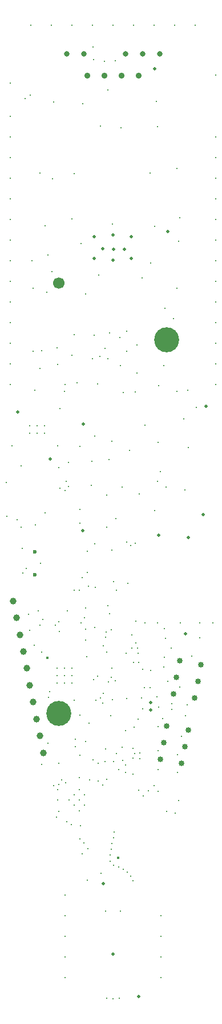
<source format=gbr>
G04 Layer_Color=0*
%FSLAX25Y25*%
%MOIN*%
%TF.FileFunction,Plated,1,2,PTH,Drill*%
%TF.Part,Single*%
G01*
G75*
%TA.AperFunction,ComponentDrill*%
%ADD168C,0.02362*%
%TA.AperFunction,OtherDrill,Pad Free-1 (-427mil,2006.945mil)*%
%ADD169C,0.03937*%
%TA.AperFunction,ComponentDrill*%
%ADD170C,0.03347*%
%ADD171C,0.03150*%
%ADD172C,0.01600*%
%TA.AperFunction,OtherDrill,Pad Free-1 (-407mil,1908.945mil)*%
%ADD173C,0.03937*%
%TA.AperFunction,OtherDrill,Pad Free-1 (-446.27mil,2105.231mil)*%
%ADD174C,0.03937*%
%TA.AperFunction,OtherDrill,Pad Free-1 (-485.117mil,2301.423mil)*%
%ADD175C,0.03937*%
%TA.AperFunction,OtherDrill,Pad Free-1 (-504.541mil,2399.518mil)*%
%ADD176C,0.03937*%
%TA.AperFunction,OtherDrill,Pad Free-1 (-523.964mil,2497.613mil)*%
%ADD177C,0.03937*%
%TA.AperFunction,OtherDrill,Pad Free-1 (-543.388mil,2595.709mil)*%
%ADD178C,0.03937*%
%TA.AperFunction,OtherDrill,Pad Free-1 (-562.811mil,2693.805mil)*%
%ADD179C,0.03937*%
%TA.AperFunction,OtherDrill,Pad Free-1 (-582.234mil,2791.9mil)*%
%ADD180C,0.03937*%
%TA.AperFunction,OtherDrill,Pad Free-1 (-465.694mil,2203.327mil)*%
%ADD181C,0.03937*%
%TA.AperFunction,ComponentDrill*%
%ADD182C,0.03543*%
%ADD183C,0.14567*%
%ADD184C,0.06693*%
%TA.AperFunction,ViaDrill,NotFilled*%
%ADD185C,0.01181*%
%ADD186C,0.01968*%
%ADD187C,0.01575*%
D168*
X-45700Y294500D02*
D03*
Y307886D02*
D03*
D169*
X-42700Y200694D02*
D03*
D170*
X47644Y222771D02*
D03*
X35277Y225175D02*
D03*
X37155Y234837D02*
D03*
X39033Y244498D02*
D03*
X51400Y242094D02*
D03*
X49522Y232433D02*
D03*
X31511Y206360D02*
D03*
X43878Y203956D02*
D03*
X42000Y194295D02*
D03*
X40122Y184633D02*
D03*
X27755Y187037D02*
D03*
X29633Y196698D02*
D03*
D171*
X-17100Y597457D02*
D03*
X-27100D02*
D03*
X7500D02*
D03*
X27500D02*
D03*
X17500D02*
D03*
D172*
X2938Y129728D02*
D03*
D173*
X-40700Y190894D02*
D03*
D174*
X-44627Y210523D02*
D03*
D175*
X-48512Y230142D02*
D03*
D176*
X-50454Y239952D02*
D03*
D177*
X-52396Y249761D02*
D03*
D178*
X-54339Y259571D02*
D03*
D179*
X-56281Y269380D02*
D03*
D180*
X-58223Y279190D02*
D03*
D181*
X-46569Y220333D02*
D03*
D182*
X14900Y584800D02*
D03*
X4900D02*
D03*
X-5100D02*
D03*
X-15100D02*
D03*
D183*
X31496Y431102D02*
D03*
X-31496Y213779D02*
D03*
D184*
Y464173D02*
D03*
D185*
X-12300Y360500D02*
D03*
X10400Y311300D02*
D03*
X31100Y345400D02*
D03*
X38200Y163100D02*
D03*
X37718Y189618D02*
D03*
X34300Y219500D02*
D03*
X26700Y217500D02*
D03*
X-33100Y153600D02*
D03*
X-19400Y324400D02*
D03*
Y332300D02*
D03*
X-35600Y470700D02*
D03*
X-47200Y477100D02*
D03*
X-46800Y461100D02*
D03*
Y424300D02*
D03*
X-42700Y414500D02*
D03*
X-39800Y330600D02*
D03*
X-53100Y309900D02*
D03*
X-53500Y322000D02*
D03*
X-45300Y323300D02*
D03*
X-61900Y328600D02*
D03*
X-62300Y348000D02*
D03*
X-53543Y357677D02*
D03*
X-31800Y356800D02*
D03*
X-2200Y361600D02*
D03*
X-3500Y340700D02*
D03*
X1700Y327000D02*
D03*
X-3500Y322000D02*
D03*
X24500Y331800D02*
D03*
X5500Y345600D02*
D03*
X15500Y341400D02*
D03*
X42000Y343800D02*
D03*
X43900Y368500D02*
D03*
X26500Y371600D02*
D03*
X41200Y385000D02*
D03*
X27600Y354400D02*
D03*
X18700Y381300D02*
D03*
X9800Y366800D02*
D03*
X-600Y372100D02*
D03*
X-45500Y401800D02*
D03*
X-20900Y406200D02*
D03*
X-8900Y405600D02*
D03*
X5900Y400500D02*
D03*
X14000Y411900D02*
D03*
X4300Y416200D02*
D03*
X29600Y416100D02*
D03*
X26600Y404400D02*
D03*
X35200Y443400D02*
D03*
X-11000Y433800D02*
D03*
X-4700Y426200D02*
D03*
X-12000Y420100D02*
D03*
X-23900Y422100D02*
D03*
X-41500Y424900D02*
D03*
X-38500Y458800D02*
D03*
X-16000Y457700D02*
D03*
X39100Y502100D02*
D03*
X38200Y488500D02*
D03*
X21900Y475800D02*
D03*
X-8400Y468800D02*
D03*
X24300Y497200D02*
D03*
X-400Y498400D02*
D03*
X-18600Y487000D02*
D03*
X-39800Y497300D02*
D03*
X-24000Y501600D02*
D03*
X-42500Y528100D02*
D03*
X-22500Y527700D02*
D03*
X21700Y528000D02*
D03*
X37300Y530700D02*
D03*
X25900Y555200D02*
D03*
X25300Y569800D02*
D03*
X-11700Y601400D02*
D03*
X-11300Y594100D02*
D03*
X1300Y593400D02*
D03*
X-34700Y569500D02*
D03*
X-7400Y555600D02*
D03*
X-17700Y568500D02*
D03*
X-3000Y576300D02*
D03*
X-32200Y416700D02*
D03*
X43300Y218900D02*
D03*
X42200Y212500D02*
D03*
X40100Y200600D02*
D03*
X30100Y246600D02*
D03*
X17400Y239400D02*
D03*
X21900Y238900D02*
D03*
X29800Y240800D02*
D03*
X46100Y247100D02*
D03*
X58300Y266600D02*
D03*
X50700Y257900D02*
D03*
Y266600D02*
D03*
X39500Y266500D02*
D03*
X30100Y263100D02*
D03*
X25900Y266400D02*
D03*
X18600Y266600D02*
D03*
X13500Y267500D02*
D03*
X-1900Y271700D02*
D03*
X2100Y285300D02*
D03*
X-15000Y308000D02*
D03*
X-16000Y275000D02*
D03*
X-18000Y292900D02*
D03*
X-10300Y287100D02*
D03*
X-14300Y287700D02*
D03*
X-43600Y273500D02*
D03*
X-26500Y273600D02*
D03*
X-16000Y256500D02*
D03*
X-15200Y246900D02*
D03*
X-36900Y226500D02*
D03*
X-41600Y184200D02*
D03*
X-22000Y194300D02*
D03*
X-16000Y197300D02*
D03*
X-4700Y185900D02*
D03*
X-11500Y186700D02*
D03*
X-31795Y156853D02*
D03*
X-32430Y163586D02*
D03*
X-34700Y171695D02*
D03*
X36400Y155800D02*
D03*
X31300Y156800D02*
D03*
X10400Y119100D02*
D03*
X8300Y121300D02*
D03*
X700Y144700D02*
D03*
X200Y141400D02*
D03*
X-500Y138000D02*
D03*
X-1100Y134700D02*
D03*
X-1800Y131300D02*
D03*
X-1500Y127900D02*
D03*
X400Y125400D02*
D03*
X-10600Y312500D02*
D03*
X-600Y308900D02*
D03*
X8700Y289300D02*
D03*
X-48500Y262000D02*
D03*
X-42600Y265000D02*
D03*
X-16500Y269300D02*
D03*
X-10500Y263900D02*
D03*
X34500Y216200D02*
D03*
X28900Y210700D02*
D03*
X21800Y228900D02*
D03*
X25800Y223400D02*
D03*
X-2500Y232100D02*
D03*
X-891Y234780D02*
D03*
X1400Y232894D02*
D03*
X-300Y221800D02*
D03*
X-15000Y295700D02*
D03*
X-42300Y301000D02*
D03*
X-49200Y271300D02*
D03*
X18300Y228800D02*
D03*
X26200Y168500D02*
D03*
X-41100Y268300D02*
D03*
X-30899Y344777D02*
D03*
X-28100Y343400D02*
D03*
X-27300Y348694D02*
D03*
X-38100Y480600D02*
D03*
X4700Y554300D02*
D03*
X-56000Y326400D02*
D03*
X-46100Y253300D02*
D03*
X-18600Y266400D02*
D03*
X-16100Y262700D02*
D03*
X-31500Y267200D02*
D03*
X-31200Y261600D02*
D03*
X-33700Y265100D02*
D03*
X-22800Y221495D02*
D03*
X-11300Y233500D02*
D03*
X-9000Y235500D02*
D03*
X-7200Y222900D02*
D03*
X-5500Y225400D02*
D03*
X-5900Y219795D02*
D03*
X17700Y165800D02*
D03*
X20800Y168700D02*
D03*
X15000Y168994D02*
D03*
X11100Y259600D02*
D03*
X-3900Y261000D02*
D03*
X14800Y248900D02*
D03*
X11100Y251900D02*
D03*
X12000Y243400D02*
D03*
X15100Y243500D02*
D03*
X7600Y248694D02*
D03*
X-51400Y571600D02*
D03*
X-48200Y573300D02*
D03*
X31900Y232295D02*
D03*
X-3100Y420000D02*
D03*
X-19600Y285600D02*
D03*
X-22800D02*
D03*
X-26000Y345800D02*
D03*
X48600Y391900D02*
D03*
X13100Y312800D02*
D03*
X8100Y424400D02*
D03*
X13000Y400700D02*
D03*
X-7600Y421300D02*
D03*
X37200Y401200D02*
D03*
X30400Y449500D02*
D03*
X-59900Y580400D02*
D03*
X-5100Y593200D02*
D03*
X0Y47894D02*
D03*
X-19300Y189495D02*
D03*
X-59000Y369394D02*
D03*
X14100Y428094D02*
D03*
X4000Y432594D02*
D03*
X-22600Y433994D02*
D03*
X17000Y467195D02*
D03*
X37300Y461195D02*
D03*
X43700Y401694D02*
D03*
X-18000Y131994D02*
D03*
X-12500Y346394D02*
D03*
X-14900Y116894D02*
D03*
X-4300Y98694D02*
D03*
X4300D02*
D03*
X11800Y116400D02*
D03*
X-19300Y140795D02*
D03*
X60000Y585094D02*
D03*
X-36000Y614094D02*
D03*
X-48000D02*
D03*
X48000D02*
D03*
X36000D02*
D03*
X24000D02*
D03*
X12000D02*
D03*
X0D02*
D03*
X-12000D02*
D03*
X-24000D02*
D03*
X60000Y405094D02*
D03*
Y417095D02*
D03*
Y429095D02*
D03*
Y441094D02*
D03*
Y453094D02*
D03*
Y465095D02*
D03*
Y477095D02*
D03*
Y489094D02*
D03*
Y501094D02*
D03*
Y513095D02*
D03*
Y525095D02*
D03*
Y537094D02*
D03*
Y549094D02*
D03*
X-60000Y525095D02*
D03*
Y537094D02*
D03*
Y549094D02*
D03*
Y561095D02*
D03*
Y465095D02*
D03*
Y477095D02*
D03*
Y489094D02*
D03*
Y501094D02*
D03*
Y513095D02*
D03*
Y405094D02*
D03*
Y417095D02*
D03*
Y429095D02*
D03*
Y441094D02*
D03*
Y453094D02*
D03*
X28000Y60094D02*
D03*
Y72095D02*
D03*
Y84095D02*
D03*
Y96095D02*
D03*
X-28000Y108095D02*
D03*
Y96095D02*
D03*
Y84095D02*
D03*
Y72095D02*
D03*
Y60094D02*
D03*
X-28100Y404994D02*
D03*
X-28200Y401194D02*
D03*
X25984Y348819D02*
D03*
X-19500Y176594D02*
D03*
X-10630Y375197D02*
D03*
X-16929Y138583D02*
D03*
X-24409Y149213D02*
D03*
X-14567Y135039D02*
D03*
X-27600Y173495D02*
D03*
X8100Y436095D02*
D03*
X-2100Y435094D02*
D03*
X-19100Y148495D02*
D03*
X3300Y124294D02*
D03*
X-8500Y174495D02*
D03*
X-31100Y391094D02*
D03*
X-32400Y369595D02*
D03*
X39000Y228994D02*
D03*
X300Y290394D02*
D03*
X8000Y313295D02*
D03*
X-37500Y223195D02*
D03*
X-800Y240094D02*
D03*
X-31534Y184857D02*
D03*
X-31734Y172547D02*
D03*
X-30100Y175195D02*
D03*
X-32400Y169494D02*
D03*
X-27000Y150894D02*
D03*
X-41700Y249294D02*
D03*
X-3700Y249400D02*
D03*
X-5709Y253260D02*
D03*
X-4331Y257985D02*
D03*
X-1083Y262414D02*
D03*
X-3051Y276293D02*
D03*
X-13583Y175197D02*
D03*
X-22000Y198895D02*
D03*
X-13976Y208071D02*
D03*
X-10100Y221500D02*
D03*
X-19193Y212894D02*
D03*
X-38091Y196358D02*
D03*
X26300Y206000D02*
D03*
X37600Y179400D02*
D03*
X15749Y190659D02*
D03*
X-8600Y184900D02*
D03*
X24134Y171900D02*
D03*
X11800Y178495D02*
D03*
X7400Y203900D02*
D03*
X5512Y194193D02*
D03*
X26500Y181100D02*
D03*
X15847Y187608D02*
D03*
X11713Y187697D02*
D03*
X7382Y183670D02*
D03*
X7500Y179495D02*
D03*
X-3740Y175492D02*
D03*
X-6103Y171957D02*
D03*
X3248Y181111D02*
D03*
X-4300Y193100D02*
D03*
X2067Y190551D02*
D03*
X5709Y186319D02*
D03*
X394Y185737D02*
D03*
X12796Y190462D02*
D03*
X11615Y193415D02*
D03*
X26300Y192200D02*
D03*
X-3740Y47954D02*
D03*
X3740Y48035D02*
D03*
X6100Y123200D02*
D03*
X-6900Y120900D02*
D03*
X30700Y257500D02*
D03*
X34100Y251700D02*
D03*
X-32500Y426400D02*
D03*
X-35277Y524923D02*
D03*
X-16623Y160324D02*
D03*
X-19685Y163386D02*
D03*
Y157261D02*
D03*
X-22747Y160324D02*
D03*
X-25810Y163386D02*
D03*
X-22747Y166448D02*
D03*
X-16623Y166448D02*
D03*
X-19685Y169510D02*
D03*
X-24013Y235732D02*
D03*
X-24013Y231401D02*
D03*
Y240062D02*
D03*
X-32675D02*
D03*
X-32675Y235732D02*
D03*
X-32675Y231401D02*
D03*
X-28344Y240062D02*
D03*
X-28344Y235732D02*
D03*
X-28344Y231401D02*
D03*
X-48622Y376772D02*
D03*
Y381102D02*
D03*
X-44291Y376772D02*
D03*
Y381102D02*
D03*
X-39961Y376772D02*
D03*
Y381102D02*
D03*
X-19200Y369100D02*
D03*
X-25900Y359800D02*
D03*
X-1300Y212600D02*
D03*
X8100Y222495D02*
D03*
X14800Y210500D02*
D03*
X12500Y205700D02*
D03*
X16600Y222900D02*
D03*
X14428Y251853D02*
D03*
X13200Y254800D02*
D03*
X17300Y216500D02*
D03*
X-52600Y295600D02*
D03*
X-50523Y298200D02*
D03*
D186*
X-17600Y320195D02*
D03*
X54300Y392400D02*
D03*
X52700Y329300D02*
D03*
X10827Y478346D02*
D03*
X-10827D02*
D03*
X0Y477362D02*
D03*
Y492126D02*
D03*
X10827Y491142D02*
D03*
X-10827D02*
D03*
X31900Y494100D02*
D03*
X24200Y588900D02*
D03*
X22100Y215794D02*
D03*
X26772Y317323D02*
D03*
X-55500Y389194D02*
D03*
X-36750Y361644D02*
D03*
X-5700Y114795D02*
D03*
X-17200Y381995D02*
D03*
X44000Y316195D02*
D03*
X42500Y260194D02*
D03*
X-6100Y483994D02*
D03*
X300Y483894D02*
D03*
X6600Y483794D02*
D03*
X0Y73694D02*
D03*
X14900Y49194D02*
D03*
X22000Y219994D02*
D03*
D187*
X-38400Y246094D02*
D03*
%TF.MD5,9d1728e329eae3a9db66297828ded99b*%
M02*

</source>
